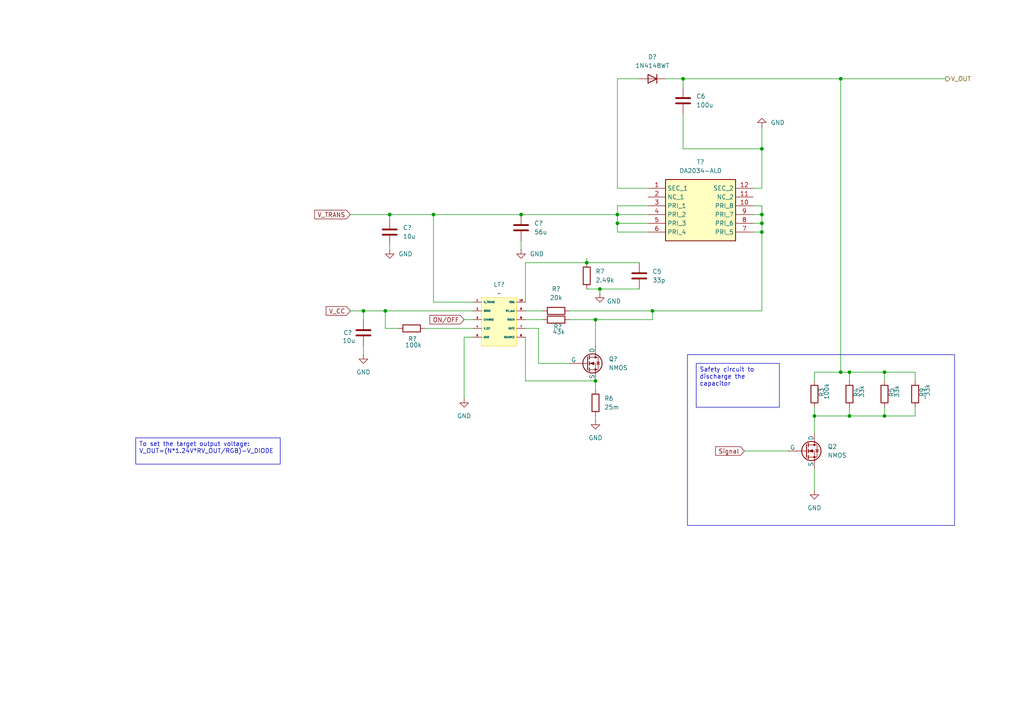
<source format=kicad_sch>
(kicad_sch (version 20231120) (generator "eeschema") (generator_version "8.0")
  (paper "A4")
  (lib_symbols
    (symbol "DA2034-ALD:DA2034-ALD"
      (property "Reference" "T" (at 26.67 7.62 0))
      (property "Value" "DA2034-ALD" (at 26.67 5.08 0))
      (symbol "DA2034-ALD_1_1"
        (rectangle (start 5.08 2.54) (end 25.4 -15.24) (stroke (width 0.254)) (fill (type background)))
        (pin passive line (at 0 0 0) (length 5.08) (name "SEC_1") (number "1"))
        (pin passive line (at 30.48 -5.08 180) (length 5.08) (name "PRI_8") (number "10"))
        (pin passive line (at 30.48 -2.54 180) (length 5.08) (name "NC_2") (number "11"))
        (pin passive line (at 30.48 0 180) (length 5.08) (name "SEC_2") (number "12"))
        (pin passive line (at 0 -2.54 0) (length 5.08) (name "NC_1") (number "2"))
        (pin passive line (at 0 -5.08 0) (length 5.08) (name "PRI_1") (number "3"))
        (pin passive line (at 0 -7.62 0) (length 5.08) (name "PRI_2") (number "4"))
        (pin passive line (at 0 -10.16 0) (length 5.08) (name "PRI_3") (number "5"))
        (pin passive line (at 0 -12.7 0) (length 5.08) (name "PRI_4") (number "6"))
        (pin passive line (at 30.48 -12.7 180) (length 5.08) (name "PRI_5") (number "7"))
        (pin passive line (at 30.48 -10.16 180) (length 5.08) (name "PRI_6") (number "8"))
        (pin passive line (at 30.48 -7.62 180) (length 5.08) (name "PRI_7") (number "9"))
      )
    )
    (symbol "Device:C" (pin_numbers hide) (pin_names (offset 0.254))
      (property "Reference" "C" (at 0.635 2.54 0))
      (property "Value" "C" (at 0.635 -2.54 0))
      (symbol "C_0_1"
        (polyline (pts (xy -2.032 -0.762) (xy 2.032 -0.762)) (stroke (width 0.508)))
        (polyline (pts (xy -2.032 0.762) (xy 2.032 0.762)) (stroke (width 0.508)))
      )
      (symbol "C_1_1"
        (pin passive line (at 0 3.81 270) (length 2.794) (name "~") (number "1"))
        (pin passive line (at 0 -3.81 90) (length 2.794) (name "~") (number "2"))
      )
    )
    (symbol "Device:R" (pin_numbers hide) (pin_names (offset 0))
      (property "Reference" "R" (at 2.032 0 90))
      (property "Value" "R" (at 0 0 90))
      (symbol "R_0_1"
        (rectangle (start -1.016 -2.54) (end 1.016 2.54) (stroke (width 0.254)))
      )
      (symbol "R_1_1"
        (pin passive line (at 0 3.81 270) (length 1.27) (name "~") (number "1"))
        (pin passive line (at 0 -3.81 90) (length 1.27) (name "~") (number "2"))
      )
    )
    (symbol "Diode:1N4148WT" (pin_numbers hide) (pin_names hide)
      (property "Reference" "D" (at 0 2.54 0))
      (property "Value" "1N4148WT" (at 0 -2.54 0))
      (symbol "1N4148WT_0_1"
        (polyline (pts (xy -1.27 1.27) (xy -1.27 -1.27)) (stroke (width 0.254)))
        (polyline (pts (xy 1.27 0) (xy -1.27 0)))
        (polyline (pts (xy 1.27 1.27) (xy 1.27 -1.27) (xy -1.27 0) (xy 1.27 1.27)) (stroke (width 0.254)))
      )
      (symbol "1N4148WT_1_1"
        (pin passive line (at -3.81 0 0) (length 2.54) (name "K") (number "1"))
        (pin passive line (at 3.81 0 180) (length 2.54) (name "A") (number "2"))
      )
    )
    (symbol "RobotCup:LT3750"
      (property "Reference" "LT3750" (at 0 0 0))
      (symbol "LT3750_1_1"
        (rectangle (start -3.81 -3.81) (end 6.35 -17.78) (stroke (width 0) (color 255 207 48 1)) (fill (type background)))
        (pin input line (at -6.35 -5.08 0) (length 2.54) (name "V_TRANS") (number "1"))
        (pin input line (at 8.89 -5.08 180) (length 2.54) (name "RBG") (number "10"))
        (pin output line (at -6.35 -7.62 0) (length 2.54) (name "DONE") (number "2"))
        (pin input line (at -6.35 -10.16 0) (length 2.54) (name "CHARGE") (number "3"))
        (pin input line (at -6.35 -12.7 0) (length 2.54) (name "V_CC") (number "4"))
        (pin input line (at -6.35 -15.24 0) (length 2.54) (name "GND") (number "5"))
        (pin input line (at 8.89 -15.24 180) (length 2.54) (name "SOURCE") (number "6"))
        (pin output line (at 8.89 -12.7 180) (length 2.54) (name "GATE") (number "7"))
        (pin input line (at 8.89 -10.16 180) (length 2.54) (name "RDCM") (number "8"))
        (pin output line (at 8.89 -7.62 180) (length 2.54) (name "RV_out") (number "9"))
      )
    )
    (symbol "Simulation_SPICE:NMOS" (pin_numbers hide) (pin_names (offset 0))
      (property "Reference" "Q" (at 5.08 1.27 0))
      (property "Value" "NMOS" (at 5.08 -1.27 0))
      (symbol "NMOS_0_1"
        (polyline (pts (xy 0.254 0) (xy -2.54 0)))
        (polyline (pts (xy 0.254 1.905) (xy 0.254 -1.905)) (stroke (width 0.254)))
        (polyline (pts (xy 0.762 -1.27) (xy 0.762 -2.286)) (stroke (width 0.254)))
        (polyline (pts (xy 0.762 0.508) (xy 0.762 -0.508)) (stroke (width 0.254)))
        (polyline (pts (xy 0.762 2.286) (xy 0.762 1.27)) (stroke (width 0.254)))
        (polyline (pts (xy 2.54 2.54) (xy 2.54 1.778)))
        (polyline (pts (xy 2.54 -2.54) (xy 2.54 0) (xy 0.762 0)))
        (polyline (pts (xy 0.762 -1.778) (xy 3.302 -1.778) (xy 3.302 1.778) (xy 0.762 1.778)))
        (polyline (pts (xy 1.016 0) (xy 2.032 0.381) (xy 2.032 -0.381) (xy 1.016 0)) (fill (type outline)))
        (polyline (pts (xy 2.794 0.508) (xy 2.921 0.381) (xy 3.683 0.381) (xy 3.81 0.254)))
        (polyline (pts (xy 3.302 0.381) (xy 2.921 -0.254) (xy 3.683 -0.254) (xy 3.302 0.381)))
        (circle (center 1.651 0) (radius 2.794) (stroke (width 0.254)))
        (circle (center 2.54 -1.778) (radius 0.254) (fill (type outline)))
        (circle (center 2.54 1.778) (radius 0.254) (fill (type outline)))
      )
      (symbol "NMOS_1_1"
        (pin passive line (at 2.54 5.08 270) (length 2.54) (name "D") (number "1"))
        (pin input line (at -5.08 0 0) (length 2.54) (name "G") (number "2"))
        (pin passive line (at 2.54 -5.08 90) (length 2.54) (name "S") (number "3"))
      )
    )
    (symbol "power:GND" (power) (pin_numbers hide) (pin_names (offset 0) hide)
      (property "Value" "GND" (at 0 -3.81 0))
      (symbol "GND_0_1"
        (polyline (pts (xy 0 0) (xy 0 -1.27) (xy 1.27 -1.27) (xy 0 -2.54) (xy -1.27 -1.27) (xy 0 -1.27)))
      )
      (symbol "GND_1_1"
        (pin power_in line (at 0 0 270) (length 0) (name "~") (number "1"))
      )
    )
  )
  (junction (at 113.03 62.23))
  (junction (at 243.84 107.95))
  (junction (at 172.72 92.71))
  (junction (at 246.38 107.95))
  (junction (at 220.98 43.18))
  (junction (at 246.38 120.65))
  (junction (at 111.76 90.17))
  (junction (at 220.98 62.23))
  (junction (at 189.23 90.17))
  (junction (at 172.72 110.49))
  (junction (at 179.07 62.23))
  (junction (at 220.98 64.77))
  (junction (at 256.54 107.95))
  (junction (at 151.13 62.23))
  (junction (at 179.07 64.77))
  (junction (at 173.99 83.82))
  (junction (at 170.18 76.2))
  (junction (at 220.98 67.31))
  (junction (at 125.73 62.23))
  (junction (at 236.22 120.65))
  (junction (at 243.84 22.86))
  (junction (at 256.54 120.65))
  (junction (at 105.41 90.17))
  (junction (at 198.12 22.86))
  (wire (pts (xy 170.18 76.2) (xy 185.42 76.2)))
  (wire (pts (xy 193.04 22.86) (xy 198.12 22.86)))
  (wire (pts (xy 179.07 67.31) (xy 187.96 67.31)))
  (wire (pts (xy 156.21 105.41) (xy 165.1 105.41)))
  (wire (pts (xy 151.13 62.23) (xy 179.07 62.23)))
  (wire (pts (xy 152.4 110.49) (xy 172.72 110.49)))
  (wire (pts (xy 125.73 62.23) (xy 151.13 62.23)))
  (wire (pts (xy 243.84 22.86) (xy 243.84 107.95)))
  (wire (pts (xy 189.23 92.71) (xy 172.72 92.71)))
  (wire (pts (xy 179.07 62.23) (xy 179.07 64.77)))
  (wire (pts (xy 218.44 64.77) (xy 220.98 64.77)))
  (wire (pts (xy 134.62 92.71) (xy 137.16 92.71)))
  (wire (pts (xy 220.98 43.18) (xy 220.98 54.61)))
  (wire (pts (xy 198.12 22.86) (xy 243.84 22.86)))
  (wire (pts (xy 236.22 120.65) (xy 236.22 125.73)))
  (wire (pts (xy 189.23 90.17) (xy 189.23 92.71)))
  (wire (pts (xy 179.07 59.69) (xy 179.07 62.23)))
  (wire (pts (xy 152.4 90.17) (xy 157.48 90.17)))
  (wire (pts (xy 220.98 67.31) (xy 220.98 90.17)))
  (wire (pts (xy 236.22 120.65) (xy 236.22 118.11)))
  (wire (pts (xy 179.07 64.77) (xy 179.07 67.31)))
  (wire (pts (xy 105.41 102.87) (xy 105.41 100.33)))
  (wire (pts (xy 152.4 92.71) (xy 157.48 92.71)))
  (wire (pts (xy 152.4 76.2) (xy 170.18 76.2)))
  (wire (pts (xy 220.98 59.69) (xy 220.98 62.23)))
  (wire (pts (xy 236.22 107.95) (xy 243.84 107.95)))
  (wire (pts (xy 246.38 107.95) (xy 246.38 110.49)))
  (wire (pts (xy 218.44 62.23) (xy 220.98 62.23)))
  (wire (pts (xy 134.62 97.79) (xy 137.16 97.79)))
  (wire (pts (xy 256.54 120.65) (xy 265.43 120.65)))
  (wire (pts (xy 220.98 64.77) (xy 220.98 67.31)))
  (wire (pts (xy 179.07 22.86) (xy 185.42 22.86)))
  (wire (pts (xy 111.76 90.17) (xy 137.16 90.17)))
  (wire (pts (xy 179.07 22.86) (xy 179.07 54.61)))
  (wire (pts (xy 156.21 95.25) (xy 152.4 95.25)))
  (wire (pts (xy 152.4 76.2) (xy 152.4 87.63)))
  (wire (pts (xy 256.54 110.49) (xy 256.54 107.95)))
  (wire (pts (xy 236.22 120.65) (xy 246.38 120.65)))
  (wire (pts (xy 173.99 83.82) (xy 185.42 83.82)))
  (wire (pts (xy 172.72 110.49) (xy 172.72 113.03)))
  (wire (pts (xy 172.72 100.33) (xy 172.72 92.71)))
  (wire (pts (xy 236.22 135.89) (xy 236.22 142.24)))
  (wire (pts (xy 105.41 90.17) (xy 111.76 90.17)))
  (wire (pts (xy 243.84 107.95) (xy 246.38 107.95)))
  (wire (pts (xy 256.54 120.65) (xy 256.54 118.11)))
  (wire (pts (xy 165.1 90.17) (xy 189.23 90.17)))
  (wire (pts (xy 151.13 69.85) (xy 151.13 72.39)))
  (wire (pts (xy 170.18 83.82) (xy 173.99 83.82)))
  (wire (pts (xy 172.72 120.65) (xy 172.72 121.92)))
  (wire (pts (xy 187.96 62.23) (xy 179.07 62.23)))
  (wire (pts (xy 123.19 95.25) (xy 137.16 95.25)))
  (wire (pts (xy 220.98 62.23) (xy 220.98 64.77)))
  (wire (pts (xy 125.73 87.63) (xy 137.16 87.63)))
  (wire (pts (xy 101.6 90.17) (xy 105.41 90.17)))
  (wire (pts (xy 218.44 59.69) (xy 220.98 59.69)))
  (wire (pts (xy 111.76 95.25) (xy 111.76 90.17)))
  (wire (pts (xy 125.73 87.63) (xy 125.73 62.23)))
  (wire (pts (xy 256.54 107.95) (xy 246.38 107.95)))
  (wire (pts (xy 187.96 59.69) (xy 179.07 59.69)))
  (wire (pts (xy 170.18 74.93) (xy 170.18 76.2)))
  (wire (pts (xy 105.41 90.17) (xy 105.41 92.71)))
  (wire (pts (xy 246.38 120.65) (xy 246.38 118.11)))
  (wire (pts (xy 173.99 83.82) (xy 173.99 85.09)))
  (wire (pts (xy 265.43 110.49) (xy 265.43 107.95)))
  (wire (pts (xy 134.62 97.79) (xy 134.62 115.57)))
  (wire (pts (xy 165.1 92.71) (xy 172.72 92.71)))
  (wire (pts (xy 265.43 120.65) (xy 265.43 118.11)))
  (wire (pts (xy 220.98 90.17) (xy 189.23 90.17)))
  (wire (pts (xy 246.38 120.65) (xy 256.54 120.65)))
  (wire (pts (xy 265.43 107.95) (xy 256.54 107.95)))
  (wire (pts (xy 113.03 62.23) (xy 113.03 63.5)))
  (wire (pts (xy 179.07 64.77) (xy 187.96 64.77)))
  (wire (pts (xy 156.21 95.25) (xy 156.21 105.41)))
  (wire (pts (xy 236.22 110.49) (xy 236.22 107.95)))
  (wire (pts (xy 215.9 130.81) (xy 228.6 130.81)))
  (wire (pts (xy 220.98 36.83) (xy 220.98 43.18)))
  (wire (pts (xy 115.57 95.25) (xy 111.76 95.25)))
  (wire (pts (xy 198.12 33.02) (xy 198.12 43.18)))
  (wire (pts (xy 113.03 71.12) (xy 113.03 72.39)))
  (wire (pts (xy 220.98 54.61) (xy 218.44 54.61)))
  (wire (pts (xy 198.12 22.86) (xy 198.12 25.4)))
  (wire (pts (xy 243.84 22.86) (xy 274.32 22.86)))
  (wire (pts (xy 113.03 62.23) (xy 125.73 62.23)))
  (wire (pts (xy 198.12 43.18) (xy 220.98 43.18)))
  (wire (pts (xy 187.96 54.61) (xy 179.07 54.61)))
  (wire (pts (xy 220.98 67.31) (xy 218.44 67.31)))
  (wire (pts (xy 152.4 97.79) (xy 152.4 110.49)))
  (wire (pts (xy 101.6 62.23) (xy 113.03 62.23)))
  (rectangle (start 199.39 102.87) (end 276.86 152.4))
  (text_box "To set the target output voltage: \nV_OUT=(N*1.24V*RV_OUT/RGB)-V_DIODE" (at 39.37 127 0) (size 41.91 7.62) (effects (font (size 1.27 1.27)) (justify left top)))
  (text_box "Safety circuit to discharge the capacitor" (at 201.93 105.41 0) (size 24.13 12.7) (effects (font (size 1.27 1.27)) (justify left top)))
  (global_label "Signal" (shape input) (at 215.9 130.81 180) (property "Intersheetrefs" "${INTERSHEET_REFS}" (effects (hide yes))))
  (global_label "ON{slash}OFF" (shape input) (at 134.62 92.71 180) (property "Intersheetrefs" "${INTERSHEET_REFS}" (effects (hide yes))))
  (global_label "V_TRANS" (shape input) (at 101.6 62.23 180) (property "Intersheetrefs" "${INTERSHEET_REFS}" (effects (hide yes))))
  (global_label "V_CC" (shape input) (at 101.6 90.17 180) (property "Intersheetrefs" "${INTERSHEET_REFS}" (effects (hide yes))))
  (hierarchical_label "V_OUT" (shape output) (at 274.32 22.86 0))
  (symbol (lib_id "Diode:1N4148WT") (at 189.23 22.86 180) (unit 1)
    (property "Reference" "D?" (at 189.23 16.51 0))
    (property "Value" "1N4148WT" (at 189.23 19.05 0))
    (property "Footprint" "Diode_SMD:D_SOD-523" (effects (hide yes)))
    (property "Datasheet" "https://www.diodes.com/assets/Datasheets/ds30396.pdf" (effects (hide yes)))
    (property "Description" "75V 0.15A Fast switching Diode, SOD-523" (effects (hide yes)))
    (property "Sim.Device" "D" (effects (hide yes)))
    (property "Sim.Pins" "1=K 2=A" (effects (hide yes)))
  )
  (symbol (lib_id "Simulation_SPICE:NMOS") (at 170.18 105.41 0) (unit 1)
    (property "Reference" "Q?" (at 176.53 104.1399 0) (effects (justify left)))
    (property "Value" "NMOS" (at 176.53 106.6799 0) (effects (justify left)))
    (property "Datasheet" "https://ngspice.sourceforge.io/docs/ngspice-html-manual/manual.xhtml#cha_MOSFETs" (effects (hide yes)))
    (property "Description" "N-MOSFET transistor, drain/source/gate" (effects (hide yes)))
    (property "Sim.Device" "NMOS" (effects (hide yes)))
    (property "Sim.Type" "VDMOS" (effects (hide yes)))
    (property "Sim.Pins" "1=D 2=G 3=S" (effects (hide yes)))
  )
  (symbol (lib_id "Simulation_SPICE:NMOS") (at 233.68 130.81 0) (unit 1)
    (property "Reference" "Q2" (at 240.03 129.5399 0) (effects (justify left)))
    (property "Value" "NMOS" (at 240.03 132.0799 0) (effects (justify left)))
    (property "Datasheet" "https://ngspice.sourceforge.io/docs/ngspice-html-manual/manual.xhtml#cha_MOSFETs" (effects (hide yes)))
    (property "Description" "N-MOSFET transistor, drain/source/gate" (effects (hide yes)))
    (property "Sim.Device" "NMOS" (effects (hide yes)))
    (property "Sim.Type" "VDMOS" (effects (hide yes)))
    (property "Sim.Pins" "1=D 2=G 3=S" (effects (hide yes)))
  )
  (symbol (lib_id "Device:R") (at 172.72 116.84 180) (unit 1)
    (property "Reference" "R6" (at 175.26 115.5699 0) (effects (justify right)))
    (property "Value" "25m" (at 175.26 118.1099 0) (effects (justify right)))
    (property "Description" "Resistor" (effects (hide yes)))
  )
  (symbol (lib_id "Device:R") (at 236.22 114.3 180) (unit 1)
    (property "Reference" "R3" (at 238.252 113.792 90))
    (property "Value" "100k" (at 239.776 113.538 90))
    (property "Description" "Resistor" (effects (hide yes)))
  )
  (symbol (lib_id "Device:C") (at 185.42 80.01 0) (unit 1)
    (property "Reference" "C5" (at 189.23 78.7399 0) (effects (justify left)))
    (property "Value" "33p" (at 189.23 81.2799 0) (effects (justify left)))
    (property "Description" "Unpolarized capacitor" (effects (hide yes)))
  )
  (symbol (lib_id "power:GND") (at 172.72 121.92 0) (unit 1)
    (property "Reference" "#PWR09" (effects (hide yes)))
    (property "Value" "GND" (at 172.72 127 0))
    (property "Description" "Power symbol creates a global label with name \"GND\" , ground" (effects (hide yes)))
  )
  (symbol (lib_id "Device:C") (at 113.03 67.31 0) (unit 1)
    (property "Reference" "C?" (at 116.84 66.0399 0) (effects (justify left)))
    (property "Value" "10u" (at 116.84 68.5799 0) (effects (justify left)))
    (property "Description" "Unpolarized capacitor" (effects (hide yes)))
  )
  (symbol (lib_id "power:GND") (at 173.99 85.09 0) (unit 1)
    (property "Reference" "#PWR05" (effects (hide yes)))
    (property "Value" "GND" (at 178.054 87.376 0))
    (property "Description" "Power symbol creates a global label with name \"GND\" , ground" (effects (hide yes)))
  )
  (symbol (lib_id "Device:C") (at 198.12 29.21 180) (unit 1)
    (property "Reference" "C6" (at 201.93 27.9399 0) (effects (justify right)))
    (property "Value" "100u" (at 201.93 30.4799 0) (effects (justify right)))
    (property "Description" "Unpolarized capacitor" (effects (hide yes)))
  )
  (symbol (lib_id "power:GND") (at 151.13 72.39 0) (unit 1)
    (property "Reference" "#PWR?" (effects (hide yes)))
    (property "Value" "GND" (at 153.67 73.6599 0) (effects (justify left)))
    (property "Description" "Power symbol creates a global label with name \"GND\" , ground" (effects (hide yes)))
  )
  (symbol (lib_id "Device:R") (at 246.38 114.3 180) (unit 1)
    (property "Reference" "R4" (at 248.412 113.792 90))
    (property "Value" "33k" (at 249.936 113.538 90))
    (property "Description" "Resistor" (effects (hide yes)))
  )
  (symbol (lib_id "power:GND") (at 134.62 115.57 0) (unit 1)
    (property "Reference" "#PWR?" (effects (hide yes)))
    (property "Value" "GND" (at 134.62 120.65 0))
    (property "Description" "Power symbol creates a global label with name \"GND\" , ground" (effects (hide yes)))
  )
  (symbol (lib_id "Device:R") (at 170.18 80.01 180) (unit 1)
    (property "Reference" "R7" (at 172.72 78.7399 0) (effects (justify right)))
    (property "Value" "2.49k" (at 172.72 81.2799 0) (effects (justify right)))
    (property "Description" "Resistor" (effects (hide yes)))
  )
  (symbol (lib_id "Device:R") (at 161.29 92.71 90) (unit 1)
    (property "Reference" "R?" (at 161.798 94.742 90))
    (property "Value" "43k" (at 162.052 96.266 90))
    (property "Description" "Resistor" (effects (hide yes)))
  )
  (symbol (lib_id "power:GND") (at 220.98 36.83 180) (unit 1)
    (property "Reference" "#PWR011" (effects (hide yes)))
    (property "Value" "GND" (at 223.52 35.5599 0) (effects (justify right)))
    (property "Description" "Power symbol creates a global label with name \"GND\" , ground" (effects (hide yes)))
  )
  (symbol (lib_id "Device:R") (at 256.54 114.3 180) (unit 1)
    (property "Reference" "R5" (at 258.572 113.792 90))
    (property "Value" "33k" (at 260.096 113.538 90))
    (property "Description" "Resistor" (effects (hide yes)))
  )
  (symbol (lib_id "DA2034-ALD:DA2034-ALD") (at 187.96 54.61 0) (unit 1)
    (property "Reference" "T?" (at 203.2 46.99 0))
    (property "Value" "DA2034-ALD" (at 203.2 49.53 0))
    (property "Footprint" "SOP300P3000X1143-12N" (effects (hide yes)))
    (property "Datasheet" "https://www.coilcraft.com/pdfs/da2032.pdf" (effects (hide yes)))
    (property "Description" "Audio Transformers / Signal Transformers DA2032 Cap Chrgr For Linear LT3750/51" (effects (hide yes)))
    (property "Height" "11.43" (effects (hide yes)))
    (property "Mouser Part Number" "994-DA2034-ALD" (effects (hide yes)))
    (property "Mouser Price/Stock" "https://www.mouser.co.uk/ProductDetail/Coilcraft/DA2034-ALD?qs=ZYnrCdKdyedtN304hL7iMg%3D%3D" (effects (hide yes)))
    (property "Manufacturer_Name" "COILCRAFT" (effects (hide yes)))
    (property "Manufacturer_Part_Number" "DA2034-ALD" (effects (hide yes)))
  )
  (symbol (lib_id "Device:R") (at 161.29 90.17 90) (unit 1)
    (property "Reference" "R?" (at 161.29 83.82 90))
    (property "Value" "20k" (at 161.29 86.36 90))
    (property "Description" "Resistor" (effects (hide yes)))
  )
  (symbol (lib_id "power:GND") (at 236.22 142.24 0) (unit 1)
    (property "Reference" "#PWR06" (effects (hide yes)))
    (property "Value" "GND" (at 236.22 147.32 0))
    (property "Description" "Power symbol creates a global label with name \"GND\" , ground" (effects (hide yes)))
  )
  (symbol (lib_id "power:GND") (at 113.03 72.39 0) (unit 1)
    (property "Reference" "#PWR?" (effects (hide yes)))
    (property "Value" "GND" (at 115.57 73.6599 0) (effects (justify left)))
    (property "Description" "Power symbol creates a global label with name \"GND\" , ground" (effects (hide yes)))
  )
  (symbol (lib_id "Device:C") (at 151.13 66.04 0) (unit 1)
    (property "Reference" "C?" (at 154.94 64.7699 0) (effects (justify left)))
    (property "Value" "56u" (at 154.94 67.3099 0) (effects (justify left)))
    (property "Description" "Unpolarized capacitor" (effects (hide yes)))
  )
  (symbol (lib_id "Device:R") (at 265.43 114.3 180) (unit 1)
    (property "Reference" "R9" (at 267.462 113.792 90))
    (property "Value" "¨33k" (at 268.986 113.538 90))
    (property "Description" "Resistor" (effects (hide yes)))
  )
  (symbol (lib_id "power:GND") (at 105.41 102.87 0) (unit 1)
    (property "Reference" "#PWR?" (effects (hide yes)))
    (property "Value" "GND" (at 105.41 107.95 0))
    (property "Description" "Power symbol creates a global label with name \"GND\" , ground" (effects (hide yes)))
  )
  (symbol (lib_id "Device:C") (at 105.41 96.52 0) (unit 1)
    (property "Reference" "C?" (at 99.568 96.52 0) (effects (justify left)))
    (property "Value" "10u" (at 99.314 98.806 0) (effects (justify left)))
    (property "Description" "Unpolarized capacitor" (effects (hide yes)))
  )
  (symbol (lib_id "Device:R") (at 119.38 95.25 90) (unit 1)
    (property "Reference" "R?" (at 119.634 98.298 90))
    (property "Value" "100k" (at 119.888 100.076 90))
    (property "Description" "Resistor" (effects (hide yes)))
  )
  (symbol (lib_id "RobotCup:LT3750") (at 143.51 82.55 0) (unit 1)
    (property "Reference" "LT?" (at 144.78 82.55 0))
    (property "Value" "~" (at 144.78 85.09 0))
    (property "Footprint" "Package_SO:MSOP-10-1EP_3x3mm_P0.5mm_EP1.73x1.98mm" (effects (hide yes)))
  )
)
</source>
